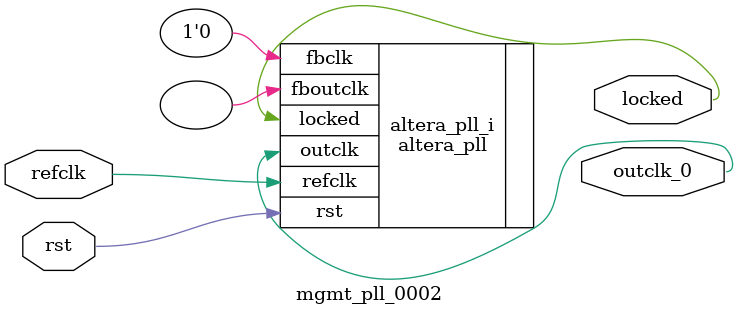
<source format=v>
`timescale 1ns/10ps
module  mgmt_pll_0002(

	// interface 'refclk'
	input wire refclk,

	// interface 'reset'
	input wire rst,

	// interface 'outclk0'
	output wire outclk_0,

	// interface 'locked'
	output wire locked
);

	altera_pll #(
		.fractional_vco_multiplier("false"),
		.reference_clock_frequency("50.0 MHz"),
		.operation_mode("normal"),
		.number_of_clocks(1),
		.output_clock_frequency0("125.000000 MHz"),
		.phase_shift0("0 ps"),
		.duty_cycle0(50),
		.output_clock_frequency1("0 MHz"),
		.phase_shift1("0 ps"),
		.duty_cycle1(50),
		.output_clock_frequency2("0 MHz"),
		.phase_shift2("0 ps"),
		.duty_cycle2(50),
		.output_clock_frequency3("0 MHz"),
		.phase_shift3("0 ps"),
		.duty_cycle3(50),
		.output_clock_frequency4("0 MHz"),
		.phase_shift4("0 ps"),
		.duty_cycle4(50),
		.output_clock_frequency5("0 MHz"),
		.phase_shift5("0 ps"),
		.duty_cycle5(50),
		.output_clock_frequency6("0 MHz"),
		.phase_shift6("0 ps"),
		.duty_cycle6(50),
		.output_clock_frequency7("0 MHz"),
		.phase_shift7("0 ps"),
		.duty_cycle7(50),
		.output_clock_frequency8("0 MHz"),
		.phase_shift8("0 ps"),
		.duty_cycle8(50),
		.output_clock_frequency9("0 MHz"),
		.phase_shift9("0 ps"),
		.duty_cycle9(50),
		.output_clock_frequency10("0 MHz"),
		.phase_shift10("0 ps"),
		.duty_cycle10(50),
		.output_clock_frequency11("0 MHz"),
		.phase_shift11("0 ps"),
		.duty_cycle11(50),
		.output_clock_frequency12("0 MHz"),
		.phase_shift12("0 ps"),
		.duty_cycle12(50),
		.output_clock_frequency13("0 MHz"),
		.phase_shift13("0 ps"),
		.duty_cycle13(50),
		.output_clock_frequency14("0 MHz"),
		.phase_shift14("0 ps"),
		.duty_cycle14(50),
		.output_clock_frequency15("0 MHz"),
		.phase_shift15("0 ps"),
		.duty_cycle15(50),
		.output_clock_frequency16("0 MHz"),
		.phase_shift16("0 ps"),
		.duty_cycle16(50),
		.output_clock_frequency17("0 MHz"),
		.phase_shift17("0 ps"),
		.duty_cycle17(50),
		.pll_type("General"),
		.pll_subtype("General")
	) altera_pll_i (
		.rst	(rst),
		.outclk	({outclk_0}),
		.locked	(locked),
		.fboutclk	( ),
		.fbclk	(1'b0),
		.refclk	(refclk)
	);
endmodule


</source>
